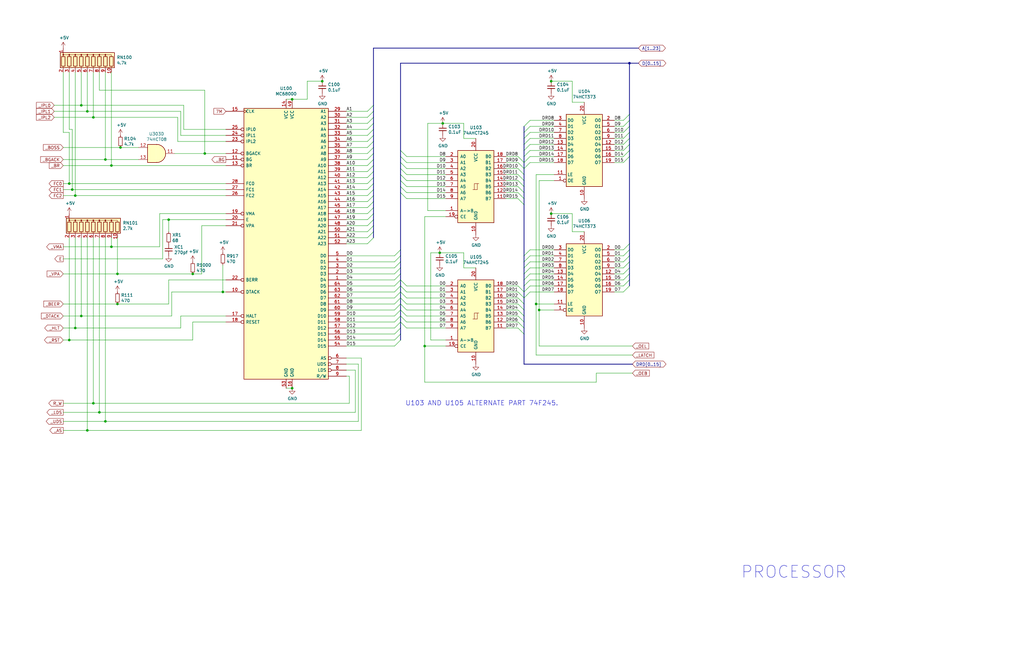
<source format=kicad_sch>
(kicad_sch (version 20230121) (generator eeschema)
  (paper "B")
  (title_block (title "Amiga 2000 EATX") (date "2023-03-10") (rev "3.0"))
  (junction (at 179.07 146.05))
  (junction (at 265.43 26.67))
  (junction (at 31.75 82.55))
  (junction (at 44.45 177.8))
  (junction (at 185.42 106.68))
  (junction (at 227.33 130.81))
  (junction (at 49.53 115.57))
  (junction (at 44.45 67.31))
  (junction (at 31.75 138.43))
  (junction (at 36.83 46.99))
  (junction (at 34.29 133.35))
  (junction (at 93.98 123.19))
  (junction (at 34.29 44.45))
  (junction (at 123.19 163.83))
  (junction (at 49.53 128.27))
  (junction (at 36.83 181.61))
  (junction (at 226.06 128.27))
  (junction (at 232.41 34.29))
  (junction (at 30.48 80.01))
  (junction (at 41.91 173.99))
  (junction (at 86.36 64.77))
  (junction (at 186.69 52.07))
  (junction (at 39.37 49.53))
  (junction (at 29.21 143.51))
  (junction (at 71.12 92.71))
  (junction (at 232.41 90.17))
  (junction (at 46.99 69.85))
  (junction (at 39.37 170.18))
  (junction (at 29.21 77.47))
  (junction (at 123.19 41.91))
  (junction (at 50.8 62.23))
  (junction (at 81.28 115.57))
  (junction (at 46.99 104.14))
  (junction (at 135.89 34.29))
  (bus_entry (at 218.44 68.58) (size 2.54 2.54))
  (bus_entry (at 166.37 138.43) (size 2.54 -2.54))
  (bus_entry (at 154.94 54.61) (size 2.54 -2.54))
  (bus_entry (at 218.44 78.74) (size 2.54 2.54))
  (bus_entry (at 166.37 143.51) (size 2.54 -2.54))
  (bus_entry (at 218.44 128.27) (size 2.54 2.54))
  (bus_entry (at 262.89 55.88) (size 2.54 -2.54))
  (bus_entry (at 166.37 113.03) (size 2.54 -2.54))
  (bus_entry (at 262.89 107.95) (size 2.54 -2.54))
  (bus_entry (at 154.94 80.01) (size 2.54 -2.54))
  (bus_entry (at 171.45 73.66) (size -2.54 -2.54))
  (bus_entry (at 262.89 113.03) (size 2.54 -2.54))
  (bus_entry (at 166.37 110.49) (size 2.54 -2.54))
  (bus_entry (at 171.45 66.04) (size -2.54 -2.54))
  (bus_entry (at 166.37 107.95) (size 2.54 -2.54))
  (bus_entry (at 218.44 125.73) (size 2.54 2.54))
  (bus_entry (at 171.45 135.89) (size -2.54 -2.54))
  (bus_entry (at 154.94 49.53) (size 2.54 -2.54))
  (bus_entry (at 171.45 68.58) (size -2.54 -2.54))
  (bus_entry (at 154.94 67.31) (size 2.54 -2.54))
  (bus_entry (at 154.94 69.85) (size 2.54 -2.54))
  (bus_entry (at 171.45 130.81) (size -2.54 -2.54))
  (bus_entry (at 262.89 110.49) (size 2.54 -2.54))
  (bus_entry (at 262.89 115.57) (size 2.54 -2.54))
  (bus_entry (at 223.52 120.65) (size -2.54 2.54))
  (bus_entry (at 171.45 123.19) (size -2.54 -2.54))
  (bus_entry (at 218.44 138.43) (size 2.54 2.54))
  (bus_entry (at 262.89 66.04) (size 2.54 -2.54))
  (bus_entry (at 154.94 72.39) (size 2.54 -2.54))
  (bus_entry (at 154.94 64.77) (size 2.54 -2.54))
  (bus_entry (at 223.52 113.03) (size -2.54 2.54))
  (bus_entry (at 166.37 115.57) (size 2.54 -2.54))
  (bus_entry (at 218.44 73.66) (size 2.54 2.54))
  (bus_entry (at 171.45 71.12) (size -2.54 -2.54))
  (bus_entry (at 218.44 123.19) (size 2.54 2.54))
  (bus_entry (at 154.94 82.55) (size 2.54 -2.54))
  (bus_entry (at 262.89 50.8) (size 2.54 -2.54))
  (bus_entry (at 154.94 85.09) (size 2.54 -2.54))
  (bus_entry (at 171.45 76.2) (size -2.54 -2.54))
  (bus_entry (at 223.52 60.96) (size -2.54 2.54))
  (bus_entry (at 171.45 81.28) (size -2.54 -2.54))
  (bus_entry (at 154.94 62.23) (size 2.54 -2.54))
  (bus_entry (at 262.89 63.5) (size 2.54 -2.54))
  (bus_entry (at 166.37 135.89) (size 2.54 -2.54))
  (bus_entry (at 262.89 53.34) (size 2.54 -2.54))
  (bus_entry (at 171.45 78.74) (size -2.54 -2.54))
  (bus_entry (at 262.89 105.41) (size 2.54 -2.54))
  (bus_entry (at 218.44 120.65) (size 2.54 2.54))
  (bus_entry (at 223.52 110.49) (size -2.54 2.54))
  (bus_entry (at 218.44 71.12) (size 2.54 2.54))
  (bus_entry (at 154.94 87.63) (size 2.54 -2.54))
  (bus_entry (at 223.52 53.34) (size -2.54 2.54))
  (bus_entry (at 223.52 66.04) (size -2.54 2.54))
  (bus_entry (at 171.45 125.73) (size -2.54 -2.54))
  (bus_entry (at 171.45 138.43) (size -2.54 -2.54))
  (bus_entry (at 218.44 135.89) (size 2.54 2.54))
  (bus_entry (at 166.37 120.65) (size 2.54 -2.54))
  (bus_entry (at 154.94 52.07) (size 2.54 -2.54))
  (bus_entry (at 223.52 68.58) (size -2.54 2.54))
  (bus_entry (at 166.37 125.73) (size 2.54 -2.54))
  (bus_entry (at 223.52 107.95) (size -2.54 2.54))
  (bus_entry (at 154.94 102.87) (size 2.54 -2.54))
  (bus_entry (at 166.37 128.27) (size 2.54 -2.54))
  (bus_entry (at 171.45 133.35) (size -2.54 -2.54))
  (bus_entry (at 166.37 146.05) (size 2.54 -2.54))
  (bus_entry (at 218.44 133.35) (size 2.54 2.54))
  (bus_entry (at 218.44 76.2) (size 2.54 2.54))
  (bus_entry (at 166.37 130.81) (size 2.54 -2.54))
  (bus_entry (at 154.94 100.33) (size 2.54 -2.54))
  (bus_entry (at 223.52 105.41) (size -2.54 2.54))
  (bus_entry (at 154.94 90.17) (size 2.54 -2.54))
  (bus_entry (at 154.94 77.47) (size 2.54 -2.54))
  (bus_entry (at 223.52 55.88) (size -2.54 2.54))
  (bus_entry (at 166.37 133.35) (size 2.54 -2.54))
  (bus_entry (at 171.45 83.82) (size -2.54 -2.54))
  (bus_entry (at 218.44 83.82) (size 2.54 2.54))
  (bus_entry (at 154.94 74.93) (size 2.54 -2.54))
  (bus_entry (at 262.89 68.58) (size 2.54 -2.54))
  (bus_entry (at 154.94 46.99) (size 2.54 -2.54))
  (bus_entry (at 218.44 130.81) (size 2.54 2.54))
  (bus_entry (at 262.89 120.65) (size 2.54 -2.54))
  (bus_entry (at 154.94 59.69) (size 2.54 -2.54))
  (bus_entry (at 223.52 50.8) (size -2.54 2.54))
  (bus_entry (at 171.45 120.65) (size -2.54 -2.54))
  (bus_entry (at 171.45 128.27) (size -2.54 -2.54))
  (bus_entry (at 166.37 140.97) (size 2.54 -2.54))
  (bus_entry (at 223.52 118.11) (size -2.54 2.54))
  (bus_entry (at 262.89 60.96) (size 2.54 -2.54))
  (bus_entry (at 154.94 57.15) (size 2.54 -2.54))
  (bus_entry (at 223.52 115.57) (size -2.54 2.54))
  (bus_entry (at 154.94 92.71) (size 2.54 -2.54))
  (bus_entry (at 166.37 118.11) (size 2.54 -2.54))
  (bus_entry (at 262.89 118.11) (size 2.54 -2.54))
  (bus_entry (at 166.37 123.19) (size 2.54 -2.54))
  (bus_entry (at 262.89 58.42) (size 2.54 -2.54))
  (bus_entry (at 223.52 123.19) (size -2.54 2.54))
  (bus_entry (at 218.44 66.04) (size 2.54 2.54))
  (bus_entry (at 154.94 97.79) (size 2.54 -2.54))
  (bus_entry (at 223.52 58.42) (size -2.54 2.54))
  (bus_entry (at 262.89 123.19) (size 2.54 -2.54))
  (bus_entry (at 223.52 63.5) (size -2.54 2.54))
  (bus_entry (at 154.94 95.25) (size 2.54 -2.54))
  (bus_entry (at 218.44 81.28) (size 2.54 2.54))
  (wire (pts (xy 233.68 105.41) (xy 223.52 105.41)))
  (wire (pts (xy 233.68 68.58) (xy 223.52 68.58)))
  (bus (pts (xy 220.98 63.5) (xy 220.98 66.04)))
  (wire (pts (xy 146.05 59.69) (xy 154.94 59.69)))
  (wire (pts (xy 95.25 123.19) (xy 93.98 123.19)))
  (wire (pts (xy 259.08 53.34) (xy 262.89 53.34)))
  (wire (pts (xy 129.54 34.29) (xy 129.54 41.91)))
  (wire (pts (xy 31.75 82.55) (xy 95.25 82.55)))
  (wire (pts (xy 146.05 151.13) (xy 152.4 151.13)))
  (wire (pts (xy 259.08 118.11) (xy 262.89 118.11)))
  (wire (pts (xy 223.52 120.65) (xy 233.68 120.65)))
  (wire (pts (xy 195.58 58.42) (xy 200.66 58.42)))
  (bus (pts (xy 220.98 110.49) (xy 220.98 113.03)))
  (bus (pts (xy 157.48 54.61) (xy 157.48 57.15)))
  (wire (pts (xy 259.08 66.04) (xy 262.89 66.04)))
  (wire (pts (xy 213.36 123.19) (xy 218.44 123.19)))
  (bus (pts (xy 168.91 135.89) (xy 168.91 138.43)))
  (wire (pts (xy 187.96 133.35) (xy 171.45 133.35)))
  (bus (pts (xy 157.48 62.23) (xy 157.48 64.77)))
  (wire (pts (xy 232.41 90.17) (xy 241.3 90.17)))
  (bus (pts (xy 157.48 87.63) (xy 157.48 90.17)))
  (wire (pts (xy 30.48 54.61) (xy 30.48 80.01)))
  (wire (pts (xy 146.05 138.43) (xy 166.37 138.43)))
  (wire (pts (xy 213.36 125.73) (xy 218.44 125.73)))
  (wire (pts (xy 44.45 100.33) (xy 44.45 177.8)))
  (wire (pts (xy 233.68 55.88) (xy 223.52 55.88)))
  (wire (pts (xy 233.68 58.42) (xy 223.52 58.42)))
  (bus (pts (xy 220.98 60.96) (xy 220.98 63.5)))
  (bus (pts (xy 168.91 133.35) (xy 168.91 135.89)))
  (wire (pts (xy 213.36 81.28) (xy 218.44 81.28)))
  (wire (pts (xy 187.96 135.89) (xy 171.45 135.89)))
  (wire (pts (xy 259.08 105.41) (xy 262.89 105.41)))
  (bus (pts (xy 168.91 138.43) (xy 168.91 140.97)))
  (wire (pts (xy 146.05 100.33) (xy 154.94 100.33)))
  (wire (pts (xy 146.05 153.67) (xy 151.13 153.67)))
  (wire (pts (xy 146.05 95.25) (xy 154.94 95.25)))
  (bus (pts (xy 168.91 110.49) (xy 168.91 113.03)))
  (wire (pts (xy 179.07 91.44) (xy 179.07 146.05)))
  (wire (pts (xy 146.05 57.15) (xy 154.94 57.15)))
  (bus (pts (xy 265.43 53.34) (xy 265.43 55.88)))
  (bus (pts (xy 157.48 20.32) (xy 157.48 44.45)))
  (wire (pts (xy 233.68 130.81) (xy 227.33 130.81)))
  (wire (pts (xy 31.75 100.33) (xy 31.75 138.43)))
  (wire (pts (xy 49.53 128.27) (xy 26.67 128.27)))
  (wire (pts (xy 129.54 41.91) (xy 123.19 41.91)))
  (wire (pts (xy 186.69 52.07) (xy 195.58 52.07)))
  (bus (pts (xy 168.91 123.19) (xy 168.91 125.73)))
  (bus (pts (xy 157.48 77.47) (xy 157.48 80.01)))
  (wire (pts (xy 31.75 82.55) (xy 26.67 82.55)))
  (wire (pts (xy 95.25 57.15) (xy 76.2 57.15)))
  (bus (pts (xy 220.98 130.81) (xy 220.98 133.35)))
  (wire (pts (xy 95.25 59.69) (xy 74.93 59.69)))
  (wire (pts (xy 146.05 82.55) (xy 154.94 82.55)))
  (wire (pts (xy 146.05 135.89) (xy 166.37 135.89)))
  (bus (pts (xy 157.48 95.25) (xy 157.48 97.79)))
  (bus (pts (xy 220.98 125.73) (xy 220.98 128.27)))
  (bus (pts (xy 168.91 71.12) (xy 168.91 73.66)))
  (bus (pts (xy 220.98 153.67) (xy 266.7 153.67)))
  (wire (pts (xy 36.83 181.61) (xy 26.67 181.61)))
  (wire (pts (xy 49.53 115.57) (xy 26.67 115.57)))
  (bus (pts (xy 265.43 58.42) (xy 265.43 60.96)))
  (wire (pts (xy 77.47 44.45) (xy 34.29 44.45)))
  (bus (pts (xy 157.48 74.93) (xy 157.48 77.47)))
  (wire (pts (xy 187.96 128.27) (xy 171.45 128.27)))
  (wire (pts (xy 233.68 66.04) (xy 223.52 66.04)))
  (wire (pts (xy 179.07 161.29) (xy 251.46 161.29)))
  (bus (pts (xy 220.98 118.11) (xy 220.98 120.65)))
  (wire (pts (xy 146.05 92.71) (xy 154.94 92.71)))
  (wire (pts (xy 195.58 52.07) (xy 195.58 58.42)))
  (wire (pts (xy 146.05 143.51) (xy 166.37 143.51)))
  (bus (pts (xy 168.91 73.66) (xy 168.91 76.2)))
  (wire (pts (xy 213.36 133.35) (xy 218.44 133.35)))
  (wire (pts (xy 46.99 104.14) (xy 26.67 104.14)))
  (wire (pts (xy 146.05 156.21) (xy 149.86 156.21)))
  (wire (pts (xy 26.67 177.8) (xy 44.45 177.8)))
  (bus (pts (xy 265.43 26.67) (xy 269.24 26.67)))
  (wire (pts (xy 227.33 76.2) (xy 227.33 130.81)))
  (bus (pts (xy 168.91 115.57) (xy 168.91 118.11)))
  (wire (pts (xy 29.21 77.47) (xy 95.25 77.47)))
  (wire (pts (xy 46.99 100.33) (xy 46.99 104.14)))
  (wire (pts (xy 223.52 118.11) (xy 233.68 118.11)))
  (wire (pts (xy 241.3 34.29) (xy 241.3 43.18)))
  (wire (pts (xy 226.06 128.27) (xy 226.06 149.86)))
  (wire (pts (xy 187.96 81.28) (xy 171.45 81.28)))
  (wire (pts (xy 187.96 76.2) (xy 171.45 76.2)))
  (bus (pts (xy 220.98 133.35) (xy 220.98 135.89)))
  (wire (pts (xy 36.83 46.99) (xy 22.86 46.99)))
  (wire (pts (xy 226.06 73.66) (xy 226.06 128.27)))
  (wire (pts (xy 85.09 115.57) (xy 81.28 115.57)))
  (bus (pts (xy 157.48 52.07) (xy 157.48 54.61)))
  (wire (pts (xy 223.52 115.57) (xy 233.68 115.57)))
  (bus (pts (xy 168.91 118.11) (xy 168.91 120.65)))
  (wire (pts (xy 67.31 104.14) (xy 46.99 104.14)))
  (wire (pts (xy 181.61 143.51) (xy 187.96 143.51)))
  (wire (pts (xy 71.12 128.27) (xy 49.53 128.27)))
  (bus (pts (xy 168.91 78.74) (xy 168.91 81.28)))
  (wire (pts (xy 26.67 30.48) (xy 26.67 55.88)))
  (wire (pts (xy 146.05 158.75) (xy 147.32 158.75)))
  (wire (pts (xy 77.47 54.61) (xy 77.47 44.45)))
  (wire (pts (xy 259.08 123.19) (xy 262.89 123.19)))
  (wire (pts (xy 213.36 130.81) (xy 218.44 130.81)))
  (wire (pts (xy 223.52 123.19) (xy 233.68 123.19)))
  (wire (pts (xy 95.25 64.77) (xy 86.36 64.77)))
  (wire (pts (xy 76.2 57.15) (xy 76.2 46.99)))
  (wire (pts (xy 41.91 100.33) (xy 41.91 173.99)))
  (bus (pts (xy 220.98 53.34) (xy 220.98 55.88)))
  (wire (pts (xy 233.68 60.96) (xy 223.52 60.96)))
  (wire (pts (xy 146.05 85.09) (xy 154.94 85.09)))
  (bus (pts (xy 157.48 20.32) (xy 269.24 20.32)))
  (wire (pts (xy 93.98 123.19) (xy 72.39 123.19)))
  (bus (pts (xy 220.98 120.65) (xy 220.98 123.19)))
  (wire (pts (xy 213.36 78.74) (xy 218.44 78.74)))
  (bus (pts (xy 168.91 26.67) (xy 265.43 26.67)))
  (wire (pts (xy 146.05 146.05) (xy 166.37 146.05)))
  (wire (pts (xy 86.36 38.1) (xy 86.36 64.77)))
  (wire (pts (xy 147.32 158.75) (xy 147.32 170.18)))
  (wire (pts (xy 44.45 67.31) (xy 26.67 67.31)))
  (bus (pts (xy 220.98 135.89) (xy 220.98 138.43)))
  (wire (pts (xy 259.08 55.88) (xy 262.89 55.88)))
  (bus (pts (xy 265.43 118.11) (xy 265.43 120.65)))
  (wire (pts (xy 146.05 102.87) (xy 154.94 102.87)))
  (wire (pts (xy 95.25 92.71) (xy 71.12 92.71)))
  (bus (pts (xy 168.91 140.97) (xy 168.91 143.51)))
  (wire (pts (xy 152.4 151.13) (xy 152.4 181.61)))
  (wire (pts (xy 232.41 34.29) (xy 241.3 34.29)))
  (wire (pts (xy 29.21 100.33) (xy 29.21 143.51)))
  (wire (pts (xy 227.33 130.81) (xy 227.33 146.05)))
  (bus (pts (xy 168.91 105.41) (xy 168.91 107.95)))
  (wire (pts (xy 34.29 133.35) (xy 26.67 133.35)))
  (bus (pts (xy 220.98 73.66) (xy 220.98 76.2)))
  (bus (pts (xy 220.98 58.42) (xy 220.98 60.96)))
  (wire (pts (xy 29.21 143.51) (xy 26.67 143.51)))
  (wire (pts (xy 233.68 76.2) (xy 227.33 76.2)))
  (bus (pts (xy 157.48 44.45) (xy 157.48 46.99)))
  (wire (pts (xy 95.25 90.17) (xy 67.31 90.17)))
  (wire (pts (xy 233.68 73.66) (xy 226.06 73.66)))
  (wire (pts (xy 29.21 30.48) (xy 29.21 54.61)))
  (bus (pts (xy 265.43 113.03) (xy 265.43 115.57)))
  (wire (pts (xy 58.42 62.23) (xy 50.8 62.23)))
  (wire (pts (xy 86.36 64.77) (xy 73.66 64.77)))
  (wire (pts (xy 41.91 173.99) (xy 149.86 173.99)))
  (wire (pts (xy 187.96 88.9) (xy 180.34 88.9)))
  (wire (pts (xy 76.2 138.43) (xy 31.75 138.43)))
  (bus (pts (xy 157.48 97.79) (xy 157.48 100.33)))
  (wire (pts (xy 76.2 46.99) (xy 36.83 46.99)))
  (wire (pts (xy 29.21 77.47) (xy 26.67 77.47)))
  (bus (pts (xy 157.48 57.15) (xy 157.48 59.69)))
  (wire (pts (xy 152.4 181.61) (xy 36.83 181.61)))
  (wire (pts (xy 149.86 156.21) (xy 149.86 173.99)))
  (wire (pts (xy 259.08 60.96) (xy 262.89 60.96)))
  (wire (pts (xy 146.05 87.63) (xy 154.94 87.63)))
  (bus (pts (xy 220.98 78.74) (xy 220.98 81.28)))
  (wire (pts (xy 76.2 133.35) (xy 76.2 138.43)))
  (bus (pts (xy 265.43 102.87) (xy 265.43 105.41)))
  (bus (pts (xy 220.98 113.03) (xy 220.98 115.57)))
  (wire (pts (xy 146.05 77.47) (xy 154.94 77.47)))
  (wire (pts (xy 71.12 92.71) (xy 71.12 97.79)))
  (bus (pts (xy 265.43 48.26) (xy 265.43 50.8)))
  (bus (pts (xy 157.48 46.99) (xy 157.48 49.53)))
  (bus (pts (xy 220.98 140.97) (xy 220.98 153.67)))
  (wire (pts (xy 179.07 146.05) (xy 179.07 161.29)))
  (wire (pts (xy 251.46 157.48) (xy 266.7 157.48)))
  (wire (pts (xy 95.25 69.85) (xy 46.99 69.85)))
  (bus (pts (xy 157.48 92.71) (xy 157.48 95.25)))
  (wire (pts (xy 146.05 69.85) (xy 154.94 69.85)))
  (wire (pts (xy 146.05 133.35) (xy 166.37 133.35)))
  (wire (pts (xy 81.28 135.89) (xy 81.28 143.51)))
  (wire (pts (xy 39.37 100.33) (xy 39.37 170.18)))
  (bus (pts (xy 168.91 125.73) (xy 168.91 128.27)))
  (wire (pts (xy 187.96 123.19) (xy 171.45 123.19)))
  (bus (pts (xy 220.98 138.43) (xy 220.98 140.97)))
  (wire (pts (xy 241.3 43.18) (xy 246.38 43.18)))
  (wire (pts (xy 34.29 30.48) (xy 34.29 44.45)))
  (wire (pts (xy 259.08 120.65) (xy 262.89 120.65)))
  (wire (pts (xy 46.99 69.85) (xy 26.67 69.85)))
  (wire (pts (xy 187.96 125.73) (xy 171.45 125.73)))
  (wire (pts (xy 31.75 30.48) (xy 31.75 82.55)))
  (wire (pts (xy 29.21 55.88) (xy 29.21 77.47)))
  (bus (pts (xy 168.91 81.28) (xy 168.91 105.41)))
  (wire (pts (xy 146.05 90.17) (xy 154.94 90.17)))
  (wire (pts (xy 213.36 73.66) (xy 218.44 73.66)))
  (wire (pts (xy 26.67 173.99) (xy 41.91 173.99)))
  (bus (pts (xy 220.98 55.88) (xy 220.98 58.42)))
  (wire (pts (xy 34.29 44.45) (xy 22.86 44.45)))
  (bus (pts (xy 157.48 90.17) (xy 157.48 92.71)))
  (wire (pts (xy 44.45 177.8) (xy 151.13 177.8)))
  (wire (pts (xy 227.33 146.05) (xy 266.7 146.05)))
  (bus (pts (xy 220.98 115.57) (xy 220.98 118.11)))
  (wire (pts (xy 241.3 97.79) (xy 246.38 97.79)))
  (wire (pts (xy 187.96 71.12) (xy 171.45 71.12)))
  (bus (pts (xy 168.91 128.27) (xy 168.91 130.81)))
  (bus (pts (xy 157.48 80.01) (xy 157.48 82.55)))
  (bus (pts (xy 157.48 59.69) (xy 157.48 62.23)))
  (wire (pts (xy 146.05 107.95) (xy 166.37 107.95)))
  (bus (pts (xy 157.48 69.85) (xy 157.48 72.39)))
  (wire (pts (xy 46.99 30.48) (xy 46.99 69.85)))
  (wire (pts (xy 85.09 95.25) (xy 85.09 115.57)))
  (wire (pts (xy 146.05 67.31) (xy 154.94 67.31)))
  (bus (pts (xy 220.98 76.2) (xy 220.98 78.74)))
  (wire (pts (xy 233.68 53.34) (xy 223.52 53.34)))
  (wire (pts (xy 58.42 67.31) (xy 44.45 67.31)))
  (wire (pts (xy 259.08 113.03) (xy 262.89 113.03)))
  (bus (pts (xy 168.91 63.5) (xy 168.91 66.04)))
  (wire (pts (xy 187.96 120.65) (xy 171.45 120.65)))
  (wire (pts (xy 146.05 62.23) (xy 154.94 62.23)))
  (wire (pts (xy 72.39 123.19) (xy 72.39 133.35)))
  (wire (pts (xy 259.08 58.42) (xy 262.89 58.42)))
  (bus (pts (xy 220.98 107.95) (xy 220.98 110.49)))
  (bus (pts (xy 220.98 86.36) (xy 220.98 107.95)))
  (wire (pts (xy 146.05 120.65) (xy 166.37 120.65)))
  (wire (pts (xy 39.37 49.53) (xy 22.86 49.53)))
  (wire (pts (xy 146.05 130.81) (xy 166.37 130.81)))
  (wire (pts (xy 74.93 49.53) (xy 39.37 49.53)))
  (bus (pts (xy 265.43 115.57) (xy 265.43 118.11)))
  (bus (pts (xy 168.91 120.65) (xy 168.91 123.19)))
  (bus (pts (xy 265.43 66.04) (xy 265.43 102.87)))
  (wire (pts (xy 213.36 68.58) (xy 218.44 68.58)))
  (wire (pts (xy 120.65 163.83) (xy 123.19 163.83)))
  (wire (pts (xy 180.34 88.9) (xy 180.34 52.07)))
  (wire (pts (xy 146.05 115.57) (xy 166.37 115.57)))
  (bus (pts (xy 168.91 66.04) (xy 168.91 68.58)))
  (bus (pts (xy 168.91 130.81) (xy 168.91 133.35)))
  (wire (pts (xy 213.36 76.2) (xy 218.44 76.2)))
  (wire (pts (xy 44.45 30.48) (xy 44.45 67.31)))
  (wire (pts (xy 233.68 50.8) (xy 223.52 50.8)))
  (wire (pts (xy 213.36 120.65) (xy 218.44 120.65)))
  (wire (pts (xy 120.65 41.91) (xy 123.19 41.91)))
  (bus (pts (xy 157.48 85.09) (xy 157.48 87.63)))
  (bus (pts (xy 220.98 66.04) (xy 220.98 68.58)))
  (wire (pts (xy 195.58 113.03) (xy 200.66 113.03)))
  (wire (pts (xy 30.48 80.01) (xy 26.67 80.01)))
  (bus (pts (xy 168.91 26.67) (xy 168.91 63.5)))
  (wire (pts (xy 146.05 64.77) (xy 154.94 64.77)))
  (wire (pts (xy 251.46 161.29) (xy 251.46 157.48)))
  (wire (pts (xy 187.96 78.74) (xy 171.45 78.74)))
  (wire (pts (xy 146.05 97.79) (xy 154.94 97.79)))
  (wire (pts (xy 95.25 54.61) (xy 77.47 54.61)))
  (wire (pts (xy 41.91 30.48) (xy 41.91 38.1)))
  (wire (pts (xy 185.42 106.68) (xy 181.61 106.68)))
  (wire (pts (xy 223.52 110.49) (xy 233.68 110.49)))
  (bus (pts (xy 168.91 107.95) (xy 168.91 110.49)))
  (wire (pts (xy 146.05 140.97) (xy 166.37 140.97)))
  (wire (pts (xy 241.3 90.17) (xy 241.3 97.79)))
  (wire (pts (xy 146.05 54.61) (xy 154.94 54.61)))
  (wire (pts (xy 72.39 133.35) (xy 34.29 133.35)))
  (wire (pts (xy 223.52 107.95) (xy 233.68 107.95)))
  (wire (pts (xy 180.34 52.07) (xy 186.69 52.07)))
  (wire (pts (xy 146.05 74.93) (xy 154.94 74.93)))
  (wire (pts (xy 259.08 110.49) (xy 262.89 110.49)))
  (wire (pts (xy 226.06 149.86) (xy 266.7 149.86)))
  (wire (pts (xy 71.12 118.11) (xy 71.12 128.27)))
  (wire (pts (xy 71.12 92.71) (xy 68.58 92.71)))
  (wire (pts (xy 187.96 83.82) (xy 171.45 83.82)))
  (bus (pts (xy 265.43 107.95) (xy 265.43 110.49)))
  (bus (pts (xy 220.98 81.28) (xy 220.98 83.82)))
  (wire (pts (xy 213.36 135.89) (xy 218.44 135.89)))
  (wire (pts (xy 146.05 46.99) (xy 154.94 46.99)))
  (wire (pts (xy 213.36 128.27) (xy 218.44 128.27)))
  (wire (pts (xy 187.96 138.43) (xy 171.45 138.43)))
  (wire (pts (xy 95.25 80.01) (xy 30.48 80.01)))
  (bus (pts (xy 265.43 55.88) (xy 265.43 58.42)))
  (wire (pts (xy 147.32 170.18) (xy 39.37 170.18)))
  (bus (pts (xy 265.43 26.67) (xy 265.43 48.26)))
  (bus (pts (xy 220.98 128.27) (xy 220.98 130.81)))
  (wire (pts (xy 68.58 92.71) (xy 68.58 109.22)))
  (wire (pts (xy 95.25 133.35) (xy 76.2 133.35)))
  (wire (pts (xy 81.28 115.57) (xy 49.53 115.57)))
  (bus (pts (xy 265.43 110.49) (xy 265.43 113.03)))
  (wire (pts (xy 36.83 30.48) (xy 36.83 46.99)))
  (wire (pts (xy 68.58 109.22) (xy 26.67 109.22)))
  (wire (pts (xy 181.61 106.68) (xy 181.61 143.51)))
  (wire (pts (xy 259.08 50.8) (xy 262.89 50.8)))
  (wire (pts (xy 93.98 111.76) (xy 93.98 123.19)))
  (wire (pts (xy 187.96 66.04) (xy 171.45 66.04)))
  (bus (pts (xy 265.43 63.5) (xy 265.43 66.04)))
  (bus (pts (xy 157.48 82.55) (xy 157.48 85.09)))
  (wire (pts (xy 259.08 107.95) (xy 262.89 107.95)))
  (wire (pts (xy 39.37 170.18) (xy 26.67 170.18)))
  (wire (pts (xy 146.05 113.03) (xy 166.37 113.03)))
  (wire (pts (xy 259.08 63.5) (xy 262.89 63.5)))
  (bus (pts (xy 265.43 60.96) (xy 265.43 63.5)))
  (wire (pts (xy 195.58 106.68) (xy 195.58 113.03)))
  (bus (pts (xy 157.48 72.39) (xy 157.48 74.93)))
  (wire (pts (xy 41.91 38.1) (xy 86.36 38.1)))
  (wire (pts (xy 213.36 66.04) (xy 218.44 66.04)))
  (wire (pts (xy 36.83 100.33) (xy 36.83 181.61)))
  (wire (pts (xy 213.36 138.43) (xy 218.44 138.43)))
  (wire (pts (xy 135.89 34.29) (xy 129.54 34.29)))
  (wire (pts (xy 49.53 100.33) (xy 49.53 115.57)))
  (wire (pts (xy 67.31 90.17) (xy 67.31 104.14)))
  (wire (pts (xy 185.42 106.68) (xy 195.58 106.68)))
  (wire (pts (xy 146.05 128.27) (xy 166.37 128.27)))
  (wire (pts (xy 187.96 146.05) (xy 179.07 146.05)))
  (wire (pts (xy 26.67 55.88) (xy 29.21 55.88)))
  (bus (pts (xy 157.48 64.77) (xy 157.48 67.31)))
  (wire (pts (xy 34.29 100.33) (xy 34.29 133.35)))
  (wire (pts (xy 146.05 49.53) (xy 154.94 49.53)))
  (wire (pts (xy 151.13 153.67) (xy 151.13 177.8)))
  (wire (pts (xy 259.08 68.58) (xy 262.89 68.58)))
  (wire (pts (xy 213.36 71.12) (xy 218.44 71.12)))
  (bus (pts (xy 168.91 68.58) (xy 168.91 71.12)))
  (wire (pts (xy 187.96 73.66) (xy 171.45 73.66)))
  (wire (pts (xy 259.08 115.57) (xy 262.89 115.57)))
  (wire (pts (xy 95.25 95.25) (xy 85.09 95.25)))
  (wire (pts (xy 95.25 118.11) (xy 71.12 118.11)))
  (bus (pts (xy 220.98 68.58) (xy 220.98 71.12)))
  (wire (pts (xy 187.96 68.58) (xy 171.45 68.58)))
  (wire (pts (xy 74.93 59.69) (xy 74.93 49.53)))
  (wire (pts (xy 39.37 30.48) (xy 39.37 49.53)))
  (wire (pts (xy 233.68 63.5) (xy 223.52 63.5)))
  (wire (pts (xy 146.05 118.11) (xy 166.37 118.11)))
  (wire (pts (xy 233.68 128.27) (xy 226.06 128.27)))
  (bus (pts (xy 157.48 49.53) (xy 157.48 52.07)))
  (bus (pts (xy 157.48 67.31) (xy 157.48 69.85)))
  (bus (pts (xy 265.43 50.8) (xy 265.43 53.34)))
  (wire (pts (xy 146.05 123.19) (xy 166.37 123.19)))
  (bus (pts (xy 220.98 123.19) (xy 220.98 125.73)))
  (wire (pts (xy 187.96 91.44) (xy 179.07 91.44)))
  (wire (pts (xy 146.05 125.73) (xy 166.37 125.73)))
  (bus (pts (xy 168.91 76.2) (xy 168.91 78.74)))
  (bus (pts (xy 220.98 71.12) (xy 220.98 73.66)))
  (wire (pts (xy 146.05 72.39) (xy 154.94 72.39)))
  (wire (pts (xy 81.28 143.51) (xy 29.21 143.51)))
  (wire (pts (xy 31.75 138.43) (xy 26.67 138.43)))
  (wire (pts (xy 95.25 135.89) (xy 81.28 135.89)))
  (wire (pts (xy 146.05 80.01) (xy 154.94 80.01)))
  (bus (pts (xy 220.98 83.82) (xy 220.98 86.36)))
  (wire (pts (xy 187.96 130.81) (xy 171.45 130.81)))
  (wire (pts (xy 146.05 52.07) (xy 154.94 52.07)))
  (wire (pts (xy 29.21 54.61) (xy 30.48 54.61)))
  (wire (pts (xy 146.05 110.49) (xy 166.37 110.49)))
  (wire (pts (xy 50.8 62.23) (xy 26.67 62.23)))
  (bus (pts (xy 168.91 113.03) (xy 168.91 115.57)))
  (wire (pts (xy 223.52 113.03) (xy 233.68 113.03)))
  (wire (pts (xy 213.36 83.82) (xy 218.44 83.82)))
  (bus (pts (xy 265.43 105.41) (xy 265.43 107.95)))
  (text "PROCESSOR" (at 312.42 244.475 0) (effects (font (size 5.0038 5.0038)) (justify left bottom)))
  (text "U103 AND U105 ALTERNATE PART 74F245." (at 170.942 171.45 0) (effects (font (size 2 2)) (justify left bottom)))
  (label "D0" (at 146.05 107.95 0) (effects (font (size 1.2954 1.2954))))
  (label "A7" (at 146.05 62.23 0) (effects (font (size 1.2954 1.2954))))
  (label "A17" (at 146.05 87.63 0) (effects (font (size 1.2954 1.2954))))
  (label "A13" (at 146.05 77.47 0) (effects (font (size 1.2954 1.2954))))
  (label "D6" (at 187.96 135.89 180))
  (label "DRD2" (at 233.68 110.49 180))
  (label "D7" (at 187.96 138.43 180))
  (label "D3" (at 187.96 128.27 180))
  (label "DRD3" (at 233.68 113.03 180))
  (label "DRD12" (at 218.44 76.2 180))
  (label "D6" (at 259.08 120.65 0))
  (label "DRD10" (at 218.44 71.12 180))
  (label "D15" (at 259.08 68.58 0))
  (label "D10" (at 187.96 71.12 180))
  (label "A18" (at 146.05 90.17 0) (effects (font (size 1.2954 1.2954))))
  (label "A9" (at 146.05 67.31 0) (effects (font (size 1.2954 1.2954))))
  (label "DRD15" (at 233.68 68.58 180))
  (label "A3" (at 146.05 52.07 0) (effects (font (size 1.2954 1.2954))))
  (label "D4" (at 187.96 130.81 180))
  (label "D15" (at 146.05 146.05 0) (effects (font (size 1.2954 1.2954))))
  (label "A23" (at 146.05 102.87 0) (effects (font (size 1.2954 1.2954))))
  (label "D3" (at 259.08 113.03 0))
  (label "D5" (at 187.96 133.35 180))
  (label "A2" (at 146.05 49.53 0) (effects (font (size 1.2954 1.2954))))
  (label "DRD14" (at 233.68 66.04 180))
  (label "A20" (at 146.05 95.25 0) (effects (font (size 1.2954 1.2954))))
  (label "D4" (at 146.05 118.11 0) (effects (font (size 1.2954 1.2954))))
  (label "D7" (at 146.05 125.73 0) (effects (font (size 1.2954 1.2954))))
  (label "A5" (at 146.05 57.15 0) (effects (font (size 1.2954 1.2954))))
  (label "A14" (at 146.05 80.01 0) (effects (font (size 1.2954 1.2954))))
  (label "D12" (at 146.05 138.43 0) (effects (font (size 1.2954 1.2954))))
  (label "D11" (at 259.08 58.42 0))
  (label "DRD13" (at 218.44 78.74 180))
  (label "DRD1" (at 233.68 107.95 180))
  (label "D12" (at 187.96 76.2 180))
  (label "A6" (at 146.05 59.69 0) (effects (font (size 1.2954 1.2954))))
  (label "DRD1" (at 218.44 123.19 180))
  (label "DRD2" (at 218.44 125.73 180))
  (label "A12" (at 146.05 74.93 0) (effects (font (size 1.2954 1.2954))))
  (label "DRD6" (at 233.68 120.65 180))
  (label "D13" (at 187.96 78.74 180))
  (label "D4" (at 259.08 115.57 0))
  (label "D10" (at 146.05 133.35 0) (effects (font (size 1.2954 1.2954))))
  (label "DRD3" (at 218.44 128.27 180))
  (label "D0" (at 259.08 105.41 0))
  (label "DRD7" (at 233.68 123.19 180))
  (label "DRD8" (at 233.68 50.8 180))
  (label "DRD14" (at 218.44 81.28 180))
  (label "A21" (at 146.05 97.79 0) (effects (font (size 1.2954 1.2954))))
  (label "D9" (at 146.05 130.81 0) (effects (font (size 1.2954 1.2954))))
  (label "DRD10" (at 233.68 55.88 180))
  (label "DRD9" (at 233.68 53.34 180))
  (label "D1" (at 146.05 110.49 0) (effects (font (size 1.2954 1.2954))))
  (label "D5" (at 146.05 120.65 0) (effects (font (size 1.2954 1.2954))))
  (label "D11" (at 187.96 73.66 180))
  (label "DRD15" (at 218.44 83.82 180))
  (label "DRD6" (at 218.44 135.89 180))
  (label "D3" (at 146.05 115.57 0) (effects (font (size 1.2954 1.2954))))
  (label "D5" (at 259.08 118.11 0))
  (label "DRD11" (at 233.68 58.42 180))
  (label "DRD0" (at 233.68 105.41 180))
  (label "D6" (at 146.05 123.19 0) (effects (font (size 1.2954 1.2954))))
  (label "D13" (at 259.08 63.5 0))
  (label "D8" (at 259.08 50.8 0))
  (label "A16" (at 146.05 85.09 0) (effects (font (size 1.2954 1.2954))))
  (label "D14" (at 146.05 143.51 0) (effects (font (size 1.2954 1.2954))))
  (label "D11" (at 146.05 135.89 0) (effects (font (size 1.2954 1.2954))))
  (label "D12" (at 259.08 60.96 0))
  (label "A19" (at 146.05 92.71 0) (effects (font (size 1.2954 1.2954))))
  (label "D0" (at 187.96 120.65 180))
  (label "A4" (at 146.05 54.61 0) (effects (font (size 1.2954 1.2954))))
  (label "A1" (at 146.05 46.99 0) (effects (font (size 1.2954 1.2954))))
  (label "D7" (at 259.08 123.19 0))
  (label "DRD9" (at 218.44 68.58 180))
  (label "D8" (at 187.96 66.04 180))
  (label "DRD5" (at 218.44 133.35 180))
  (label "A11" (at 146.05 72.39 0) (effects (font (size 1.2954 1.2954))))
  (label "DRD4" (at 233.68 115.57 180))
  (label "D2" (at 187.96 125.73 180))
  (label "D1" (at 259.08 107.95 0))
  (label "DRD13" (at 233.68 63.5 180))
  (label "D15" (at 187.96 83.82 180))
  (label "D8" (at 146.05 128.27 0) (effects (font (size 1.2954 1.2954))))
  (label "DRD12" (at 233.68 60.96 180))
  (label "DRD5" (at 233.68 118.11 180))
  (label "DRD11" (at 218.44 73.66 180))
  (label "DRD8" (at 218.44 66.04 180))
  (label "D13" (at 146.05 140.97 0) (effects (font (size 1.2954 1.2954))))
  (label "A15" (at 146.05 82.55 0) (effects (font (size 1.2954 1.2954))))
  (label "A22" (at 146.05 100.33 0) (effects (font (size 1.2954 1.2954))))
  (label "D2" (at 146.05 113.03 0) (effects (font (size 1.2954 1.2954))))
  (label "D9" (at 187.96 68.58 180))
  (label "DRD7" (at 218.44 138.43 180))
  (label "D1" (at 187.96 123.19 180))
  (label "D14" (at 187.96 81.28 180))
  (label "A8" (at 146.05 64.77 0) (effects (font (size 1.2954 1.2954))))
  (label "A10" (at 146.05 69.85 0) (effects (font (size 1.2954 1.2954))))
  (label "D10" (at 259.08 55.88 0))
  (label "D9" (at 259.08 53.34 0))
  (label "D2" (at 259.08 110.49 0))
  (label "DRD0" (at 218.44 120.65 180))
  (label "DRD4" (at 218.44 130.81 180))
  (label "D14" (at 259.08 66.04 0))
  (global_label "DRD[0..15]" (shape bidirectional) (at 266.7 153.67 0) (effects (font (size 1.2954 1.2954))) (property "Intersheetrefs" "${INTERSHEET_REFS}" (effects hide)))
  (global_label "_BOSS" (shape input) (at 26.67 62.23 180) (property "Intersheetrefs" "${INTERSHEET_REFS}" (effects hide)))
  (global_label "_AS" (shape output) (at 26.67 181.61 180) (property "Intersheetrefs" "${INTERSHEET_REFS}" (effects hide)))
  (global_label "_IPL1" (shape input) (at 22.86 46.99 180) (property "Intersheetrefs" "${INTERSHEET_REFS}" (effects hide)))
  (global_label "_HLT" (shape bidirectional) (at 26.67 138.43 180) (property "Intersheetrefs" "${INTERSHEET_REFS}" (effects hide)))
  (global_label "_DTACK" (shape input) (at 26.67 133.35 180) (property "Intersheetrefs" "${INTERSHEET_REFS}" (effects hide)))
  (global_label "_VPA" (shape input) (at 26.67 115.57 180) (property "Intersheetrefs" "${INTERSHEET_REFS}" (effects hide)))
  (global_label "FC0" (shape output) (at 26.67 77.47 180) (property "Intersheetrefs" "${INTERSHEET_REFS}" (effects hide)))
  (global_label "FC2" (shape output) (at 26.67 82.55 180) (property "Intersheetrefs" "${INTERSHEET_REFS}" (effects hide)))
  (global_label "A[1..23]" (shape bidirectional) (at 269.24 20.32 0) (effects (font (size 1.2954 1.2954))) (property "Intersheetrefs" "${INTERSHEET_REFS}" (effects hide)))
  (global_label "_IPL2" (shape input) (at 22.86 49.53 180) (property "Intersheetrefs" "${INTERSHEET_REFS}" (effects hide)))
  (global_label "_IPL0" (shape input) (at 22.86 44.45 180) (property "Intersheetrefs" "${INTERSHEET_REFS}" (effects hide)))
  (global_label "_OEB" (shape input) (at 266.7 157.48 0) (property "Intersheetrefs" "${INTERSHEET_REFS}" (effects hide)))
  (global_label "_OEL" (shape input) (at 266.7 146.05 0) (property "Intersheetrefs" "${INTERSHEET_REFS}" (effects hide)))
  (global_label "_BGACK" (shape input) (at 26.67 67.31 180) (property "Intersheetrefs" "${INTERSHEET_REFS}" (effects hide)))
  (global_label "R_W" (shape output) (at 26.67 170.18 180) (property "Intersheetrefs" "${INTERSHEET_REFS}" (effects hide)))
  (global_label "_LATCH" (shape input) (at 266.7 149.86 0) (property "Intersheetrefs" "${INTERSHEET_REFS}" (effects hide)))
  (global_label "_BG" (shape output) (at 95.25 67.31 180) (property "Intersheetrefs" "${INTERSHEET_REFS}" (effects hide)))
  (global_label "D[0..15]" (shape bidirectional) (at 269.24 26.67 0) (effects (font (size 1.2954 1.2954))) (property "Intersheetrefs" "${INTERSHEET_REFS}" (effects hide)))
  (global_label "_LDS" (shape output) (at 26.67 173.99 180) (property "Intersheetrefs" "${INTERSHEET_REFS}" (effects hide)))
  (global_label "_UDS" (shape output) (at 26.67 177.8 180) (property "Intersheetrefs" "${INTERSHEET_REFS}" (effects hide)))
  (global_label "7M" (shape input) (at 95.25 46.99 180) (property "Intersheetrefs" "${INTERSHEET_REFS}" (effects hide)))
  (global_label "FC1" (shape output) (at 26.67 80.01 180) (property "Intersheetrefs" "${INTERSHEET_REFS}" (effects hide)))
  (global_label "_RST" (shape bidirectional) (at 26.67 143.51 180) (property "Intersheetrefs" "${INTERSHEET_REFS}" (effects hide)))
  (global_label "_VMA" (shape output) (at 26.67 104.14 180) (property "Intersheetrefs" "${INTERSHEET_REFS}" (effects hide)))
  (global_label "_BEER" (shape input) (at 26.67 128.27 180) (property "Intersheetrefs" "${INTERSHEET_REFS}" (effects hide)))
  (global_label "E" (shape output) (at 26.67 109.22 180) (property "Intersheetrefs" "${INTERSHEET_REFS}" (effects hide)))
  (global_label "_BR" (shape input) (at 26.67 69.85 180) (property "Intersheetrefs" "${INTERSHEET_REFS}" (effects hide)))
  (symbol (lib_id "CPU_NXP_68000:68000D") (at 120.65 102.87 0) (unit 1)
    (property "Reference" "U100" (at 120.65 37.3126 0))
    (property "Value" "MC68000" (at 120.65 39.624 0))
    (property "Footprint" "Package_DIP:DIP-64_W22.86mm_Socket" (effects hide))
    (property "Datasheet" "https://www.nxp.com/docs/en/reference-manual/MC68000UM.pdf" (effects hide))
    (property "Digikey" "ED3764-ND" (effects hide))
  )
  (symbol (lib_id "74xx:74LS245") (at 200.66 78.74 0) (unit 1)
    (property "Reference" "U103" (at 200.66 53.8226 0))
    (property "Value" "74AHCT245" (at 200.66 56.134 0))
    (property "Footprint" "Package_SO:SOIC-20W_7.5x12.8mm_P1.27mm" (effects hide))
    (property "Datasheet" "http://www.ti.com/lit/gpn/sn74LS245" (effects hide))
    (property "LCSC" "C554613" (effects hide))
    (property "LCSC MOQ" "1" (effects hide))
  )
  (symbol (lib_id "74xx:74LS245") (at 200.66 133.35 0) (unit 1)
    (property "Reference" "U105" (at 200.66 108.4326 0))
    (property "Value" "74AHCT245" (at 200.66 110.744 0))
    (property "Footprint" "Package_SO:SOIC-20W_7.5x12.8mm_P1.27mm" (effects hide))
    (property "Datasheet" "http://www.ti.com/lit/gpn/sn74LS245" (effects hide))
    (property "LCSC" "C554613" (effects hide))
    (property "LCSC MOQ" "1" (effects hide))
  )
  (symbol (lib_id "74xx:74LS373") (at 246.38 63.5 0) (unit 1)
    (property "Reference" "U104" (at 246.38 38.5826 0))
    (property "Value" "74HCT373" (at 246.38 40.894 0))
    (property "Footprint" "Package_SO:SOIC-20W_7.5x12.8mm_P1.27mm" (effects hide))
    (property "Datasheet" "http://www.ti.com/lit/gpn/sn74LS373" (effects hide))
    (property "LCSC" "C17700037" (effects hide))
    (property "LCSC Alt" "C5989" (effects hide))
    (property "LCSC MOQ" "5" (effects hide))
  )
  (symbol (lib_id "74xx:74LS373") (at 246.38 118.11 0) (unit 1)
    (property "Reference" "U106" (at 246.38 93.1926 0))
    (property "Value" "74HCT373" (at 246.38 95.504 0))
    (property "Footprint" "Package_SO:SOIC-20W_7.5x12.8mm_P1.27mm" (effects hide))
    (property "Datasheet" "http://www.ti.com/lit/gpn/sn74LS373" (effects hide))
    (property "LCSC" "C17700037" (effects hide))
    (property "LCSC Alt" "C5989" (effects hide))
    (property "LCSC MOQ" "5" (effects hide))
  )
  (symbol (lib_id "74xx:74LS08") (at 66.04 64.77 0) (unit 4)
    (property "Reference" "U303" (at 66.04 56.515 0))
    (property "Value" "74HCT08" (at 66.04 58.8264 0))
    (property "Footprint" "Package_SO:SOIC-14_3.9x8.7mm_P1.27mm" (effects hide))
    (property "Datasheet" "http://www.ti.com/lit/gpn/sn74LS08" (effects hide))
    (property "LCSC" "C6767" (effects hide))
    (property "LCSC Alt" "C176922" (effects hide))
    (property "LCSC MOQ" "5" (effects hide))
  )
  (symbol (lib_id "Device:C_Small") (at 135.89 36.83 0) (unit 1)
    (property "Reference" "C100" (at 138.2268 35.6616 0) (effects (justify left)))
    (property "Value" "0.1uF" (at 138.2268 37.973 0) (effects (justify left)))
    (property "Footprint" "Capacitor_SMD:C_1206_3216Metric" (effects hide))
    (property "JLCPCB" "C24497" (effects hide))
  )
  (symbol (lib_id "Device:C_Small") (at 185.42 109.22 0) (unit 1)
    (property "Reference" "C105" (at 187.7568 108.0516 0) (effects (justify left)))
    (property "Value" "0.1uF" (at 187.7568 110.363 0) (effects (justify left)))
    (property "Footprint" "Capacitor_SMD:C_1206_3216Metric" (effects hide))
    (property "JLCPCB" "C24497" (effects hide))
  )
  (symbol (lib_id "Device:C_Small") (at 186.69 54.61 0) (unit 1)
    (property "Reference" "C103" (at 189.0268 53.4416 0) (effects (justify left)))
    (property "Value" "0.1uF" (at 189.0268 55.753 0) (effects (justify left)))
    (property "Footprint" "Capacitor_SMD:C_1206_3216Metric" (effects hide))
    (property "JLCPCB" "C24497" (effects hide))
  )
  (symbol (lib_id "Device:C_Small") (at 232.41 36.83 0) (unit 1)
    (property "Reference" "C104" (at 234.7468 35.6616 0) (effects (justify left)))
    (property "Value" "0.1uF" (at 234.7468 37.973 0) (effects (justify left)))
    (property "Footprint" "Capacitor_SMD:C_1206_3216Metric" (effects hide))
    (property "JLCPCB" "C24497" (effects hide))
  )
  (symbol (lib_id "Device:C_Small") (at 232.41 92.71 0) (unit 1)
    (property "Reference" "C106" (at 234.7468 91.5416 0) (effects (justify left)))
    (property "Value" "0.1uF" (at 234.7468 93.853 0) (effects (justify left)))
    (property "Footprint" "Capacitor_SMD:C_1206_3216Metric" (effects hide))
    (property "JLCPCB" "C24497" (effects hide))
  )
  (symbol (lib_id "power:GND") (at 246.38 83.82 0) (unit 1)
    (property "Reference" "#PWR0114" (effects hide))
    (property "Value" "GND" (at 246.507 88.2142 0))
  )
  (symbol (lib_id "Device:R_Small") (at 93.98 109.22 0) (unit 1)
    (property "Reference" "R917" (at 95.4786 108.0516 0) (effects (justify left)))
    (property "Value" "470" (at 95.4786 110.363 0) (effects (justify left)))
    (property "Footprint" "Resistor_SMD:R_0805_2012Metric_Pad1.20x1.40mm_HandSolder" (effects hide))
    (property "JLCPCB" "C17710" (effects hide))
  )
  (symbol (lib_id "Device:R_Small") (at 81.28 113.03 0) (unit 1)
    (property "Reference" "R1000" (at 82.7786 111.8616 0) (effects (justify left)))
    (property "Value" "470" (at 82.7786 114.173 0) (effects (justify left)))
    (property "Footprint" "Resistor_SMD:R_0805_2012Metric_Pad1.20x1.40mm_HandSolder" (effects hide))
    (property "JLCPCB" "C17710" (effects hide))
  )
  (symbol (lib_id "Device:R_Small") (at 49.53 125.73 0) (unit 1)
    (property "Reference" "R111" (at 51.0286 124.5616 0) (effects (justify left)))
    (property "Value" "470" (at 51.0286 126.873 0) (effects (justify left)))
    (property "Footprint" "Resistor_SMD:R_0805_2012Metric_Pad1.20x1.40mm_HandSolder" (effects hide))
    (property "JLCPCB" "C17710" (effects hide))
  )
  (symbol (lib_id "Device:R_Small") (at 50.8 59.69 0) (unit 1)
    (property "Reference" "R104" (at 52.2986 58.5216 0) (effects (justify left)))
    (property "Value" "4.7k" (at 52.2986 60.833 0) (effects (justify left)))
    (property "Footprint" "Resistor_SMD:R_1206_3216Metric" (effects hide))
    (property "JLCPCB" "C17936" (effects hide))
  )
  (symbol (lib_id "Device:R_Small") (at 71.12 100.33 0) (unit 1)
    (property "Reference" "XR1" (at 72.6186 99.1616 0) (effects (justify left)))
    (property "Value" "68" (at 72.6186 101.473 0) (effects (justify left)))
    (property "Footprint" "Resistor_SMD:R_0805_2012Metric_Pad1.20x1.40mm_HandSolder" (effects hide))
    (property "JLCPCB" "C17802" (effects hide))
  )
  (symbol (lib_id "Device:C_Small") (at 71.12 105.41 0) (unit 1)
    (property "Reference" "XC1" (at 73.4568 104.2416 0) (effects (justify left)))
    (property "Value" "270pf" (at 73.4568 106.553 0) (effects (justify left)))
    (property "Footprint" "Capacitor_SMD:C_1206_3216Metric" (effects hide))
    (property "LCSC" "C3037649" (effects hide))
    (property "LCSC Alt" "C5448965" (effects hide))
    (property "LCSC MOQ" "50" (effects hide))
  )
  (symbol (lib_id "power:+5V") (at 50.8 57.15 0) (unit 1)
    (property "Reference" "#PWR0115" (effects hide))
    (property "Value" "+5V" (at 51.181 52.7558 0))
  )
  (symbol (lib_id "power:+5V") (at 26.67 20.32 0) (unit 1)
    (property "Reference" "#PWR0116" (effects hide))
    (property "Value" "+5V" (at 27.051 15.9258 0))
  )
  (symbol (lib_id "power:GND") (at 135.89 39.37 0) (unit 1)
    (property "Reference" "#PWR0101" (effects hide))
    (property "Value" "GND" (at 136.017 43.7642 0))
  )
  (symbol (lib_id "power:+5V") (at 135.89 34.29 0) (unit 1)
    (property "Reference" "#PWR0102" (effects hide))
    (property "Value" "+5V" (at 136.271 29.8958 0))
  )
  (symbol (lib_id "power:GND") (at 71.12 107.95 0) (unit 1)
    (property "Reference" "#PWR0117" (effects hide))
    (property "Value" "GND" (at 71.247 112.3442 0))
  )
  (symbol (lib_id "power:GND") (at 186.69 57.15 0) (unit 1)
    (property "Reference" "#PWR0103" (effects hide))
    (property "Value" "GND" (at 186.817 61.5442 0))
  )
  (symbol (lib_id "power:+5V") (at 186.69 52.07 0) (unit 1)
    (property "Reference" "#PWR0104" (effects hide))
    (property "Value" "+5V" (at 187.071 47.6758 0))
  )
  (symbol (lib_id "power:+5V") (at 29.21 90.17 0) (unit 1)
    (property "Reference" "#PWR0118" (effects hide))
    (property "Value" "+5V" (at 29.591 85.7758 0))
  )
  (symbol (lib_id "power:GND") (at 200.66 99.06 0) (unit 1)
    (property "Reference" "#PWR0105" (effects hide))
    (property "Value" "GND" (at 200.787 103.4542 0))
  )
  (symbol (lib_id "power:GND") (at 185.42 111.76 0) (unit 1)
    (property "Reference" "#PWR0106" (effects hide))
    (property "Value" "GND" (at 185.547 116.1542 0))
  )
  (symbol (lib_id "power:GND") (at 200.66 153.67 0) (unit 1)
    (property "Reference" "#PWR0107" (effects hide))
    (property "Value" "GND" (at 200.787 158.0642 0))
  )
  (symbol (lib_id "power:GND") (at 246.38 138.43 0) (unit 1)
    (property "Reference" "#PWR0108" (effects hide))
    (property "Value" "GND" (at 246.507 142.8242 0))
  )
  (symbol (lib_id "power:+5V") (at 185.42 106.68 0) (unit 1)
    (property "Reference" "#PWR0109" (effects hide))
    (property "Value" "+5V" (at 185.801 102.2858 0))
  )
  (symbol (lib_id "power:GND") (at 232.41 95.25 0) (unit 1)
    (property "Reference" "#PWR0110" (effects hide))
    (property "Value" "GND" (at 232.537 99.6442 0))
  )
  (symbol (lib_id "power:GND") (at 232.41 39.37 0) (unit 1)
    (property "Reference" "#PWR0111" (effects hide))
    (property "Value" "GND" (at 232.537 43.7642 0))
  )
  (symbol (lib_id "power:+5V") (at 232.41 34.29 0) (unit 1)
    (property "Reference" "#PWR0112" (effects hide))
    (property "Value" "+5V" (at 232.791 29.8958 0))
  )
  (symbol (lib_id "power:+5V") (at 232.41 90.17 0) (unit 1)
    (property "Reference" "#PWR0113" (effects hide))
    (property "Value" "+5V" (at 232.791 85.7758 0))
  )
  (symbol (lib_id "power:+5V") (at 49.53 123.19 0) (unit 1)
    (property "Reference" "#PWR0119" (effects hide))
    (property "Value" "+5V" (at 49.911 118.7958 0))
  )
  (symbol (lib_id "power:GND") (at 123.19 163.83 0) (unit 1)
    (property "Reference" "#PWR0120" (effects hide))
    (property "Value" "GND" (at 123.317 168.2242 0))
  )
  (symbol (lib_id "Device:R_Network09") (at 36.83 25.4 0) (unit 1)
    (property "Reference" "RN100" (at 49.2252 24.2316 0) (effects (justify left)))
    (property "Value" "4.7k" (at 49.2252 26.543 0) (effects (justify left)))
    (property "Footprint" "Resistor_THT:R_Array_SIP10" (effects hide))
    (property "Datasheet" "http://www.vishay.com/docs/31509/csc.pdf" (effects hide))
    (property "LCSC Alt" "C840654" (effects hide))
    (property "LCSC MOQ" "1" (effects hide))
    (property "Digikey" "4610X-1-472LF-ND" (effects hide))
  )
  (symbol (lib_id "power:+5V") (at 81.28 110.49 0) (unit 1)
    (property "Reference" "#PWR0121" (effects hide))
    (property "Value" "+5V" (at 81.661 106.0958 0))
  )
  (symbol (lib_id "power:+5V") (at 93.98 106.68 0) (unit 1)
    (property "Reference" "#PWR0122" (effects hide))
    (property "Value" "+5V" (at 94.361 102.2858 0))
  )
  (symbol (lib_id "Device:R_Network09") (at 39.37 95.25 0) (unit 1)
    (property "Reference" "RN101" (at 51.7652 94.0816 0) (effects (justify left)))
    (property "Value" "2.7k" (at 51.7652 96.393 0) (effects (justify left)))
    (property "Footprint" "Resistor_THT:R_Array_SIP10" (effects hide))
    (property "Datasheet" "http://www.vishay.com/docs/31509/csc.pdf" (effects hide))
    (property "Digikey" "4610X-1-272LF-ND" (effects hide))
  )
)
</source>
